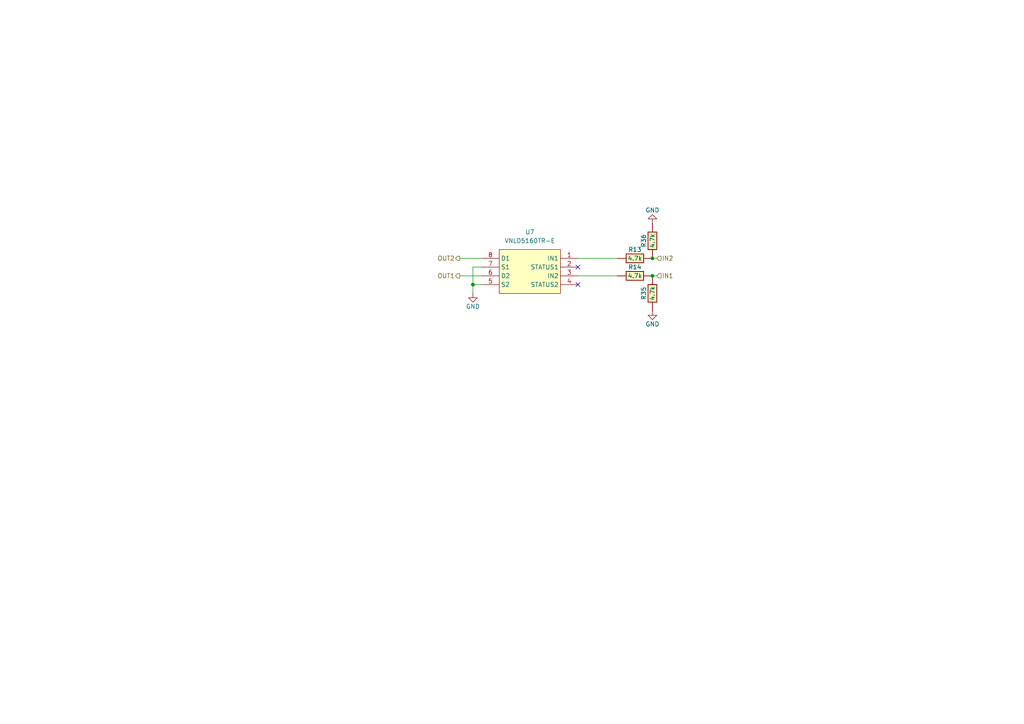
<source format=kicad_sch>
(kicad_sch (version 20231120) (generator "eeschema") (generator_version "8.0")
  (paper "A4")
  (lib_symbols
    (symbol "chips:VNLD5160"
      (property "Reference" "U" (at 6.35 3.81 0))
      (property "Value" "VNLD5160TR-E" (at 12.7 -11.43 0))
      (symbol "VNLD5160_1_1"
        (rectangle (start 5.08 2.54) (end 22.86 -10.16) (fill (type background)))
        (pin input line (at 0 0 0) (length 5.08) (name "IN1") (number "1"))
        (pin open_collector line (at 0 -2.54 0) (length 5.08) (name "STATUS1") (number "2"))
        (pin input line (at 0 -5.08 0) (length 5.08) (name "IN2") (number "3"))
        (pin open_collector line (at 0 -7.62 0) (length 5.08) (name "STATUS2") (number "4"))
        (pin power_in line (at 27.94 -7.62 180) (length 5.08) (name "S2") (number "5"))
        (pin power_out line (at 27.94 -5.08 180) (length 5.08) (name "D2") (number "6"))
        (pin power_in line (at 27.94 -2.54 180) (length 5.08) (name "S1") (number "7"))
        (pin power_out line (at 27.94 0 180) (length 5.08) (name "D1") (number "8"))
      )
    )
    (symbol "hellen-one-common:Res" (pin_numbers hide)
      (property "Reference" "R" (at 3.81 2.54 0))
      (property "Value" "Res" (at 5.08 -2.54 0))
      (symbol "Res_1_0"
        (rectangle (start 2.54 -1.27) (end 7.62 1.27) (stroke (width 0.254)) (fill (type background)))
        (pin passive line (at 0 0 0) (length 2.54) (name "") (number "1"))
        (pin passive line (at 10.16 0 180) (length 2.54) (name "") (number "2"))
      )
    )
    (symbol "power:GND" (power) (pin_numbers hide) (pin_names (offset 0) hide)
      (property "Value" "GND" (at 0 -3.81 0))
      (symbol "GND_0_1"
        (polyline (pts (xy 0 0) (xy 0 -1.27) (xy 1.27 -1.27) (xy 0 -2.54) (xy -1.27 -1.27) (xy 0 -1.27)))
      )
      (symbol "GND_1_1"
        (pin power_in line (at 0 0 270) (length 0) (name "~") (number "1"))
      )
    )
  )
  (junction (at 137.16 82.55))
  (junction (at 189.23 74.93))
  (junction (at 189.23 80.01))
  (no_connect (at 167.64 82.55))
  (no_connect (at 167.64 77.47))
  (wire (pts (xy 167.64 80.01) (xy 179.07 80.01)))
  (wire (pts (xy 137.16 85.09) (xy 137.16 82.55)))
  (wire (pts (xy 189.23 74.93) (xy 190.5 74.93)))
  (wire (pts (xy 167.64 74.93) (xy 179.07 74.93)))
  (wire (pts (xy 137.16 77.47) (xy 139.7 77.47)))
  (wire (pts (xy 137.16 82.55) (xy 137.16 77.47)))
  (wire (pts (xy 133.35 74.93) (xy 139.7 74.93)))
  (wire (pts (xy 137.16 82.55) (xy 139.7 82.55)))
  (wire (pts (xy 133.35 80.01) (xy 139.7 80.01)))
  (wire (pts (xy 189.23 80.01) (xy 190.5 80.01)))
  (hierarchical_label "OUT1" (shape output) (at 133.35 80.01 180))
  (hierarchical_label "OUT2" (shape output) (at 133.35 74.93 180))
  (hierarchical_label "IN2" (shape input) (at 190.5 74.93 0))
  (hierarchical_label "IN1" (shape input) (at 190.5 80.01 0))
  (symbol (lib_id "hellen-one-common:Res") (at 189.23 74.93 90) (unit 1)
    (property "Reference" "R36" (at 186.69 69.85 0))
    (property "Value" "4.7k" (at 189.23 69.85 0))
    (property "Footprint" "hellen-one-common:R0603" (effects (hide yes)))
    (property "LCSC" "C23162" (effects (hide yes)))
  )
  (symbol (lib_id "hellen-one-common:Res") (at 189.23 80.01 0) (mirror y) (unit 1)
    (property "Reference" "R14" (at 184.15 77.47 0))
    (property "Value" "4.7k" (at 184.15 80.01 0))
    (property "Footprint" "hellen-one-common:R0603" (effects (hide yes)))
    (property "LCSC" "C23162" (effects (hide yes)))
  )
  (symbol (lib_id "power:GND") (at 189.23 90.17 0) (unit 1)
    (property "Reference" "#PWR0149" (effects (hide yes)))
    (property "Value" "GND" (at 189.23 93.98 0))
    (property "Description" "Power symbol creates a global label with name \"GND\" , ground" (effects (hide yes)))
  )
  (symbol (lib_id "power:GND") (at 137.16 85.09 0) (mirror y) (unit 1)
    (property "Reference" "#PWR0148" (effects (hide yes)))
    (property "Value" "GND" (at 137.16 88.9 0))
    (property "Description" "Power symbol creates a global label with name \"GND\" , ground" (effects (hide yes)))
  )
  (symbol (lib_id "hellen-one-common:Res") (at 189.23 80.01 90) (mirror x) (unit 1)
    (property "Reference" "R35" (at 186.69 85.09 0))
    (property "Value" "4.7k" (at 189.23 85.09 0))
    (property "Footprint" "hellen-one-common:R0603" (effects (hide yes)))
    (property "LCSC" "C23162" (effects (hide yes)))
  )
  (symbol (lib_id "hellen-one-common:Res") (at 189.23 74.93 0) (mirror y) (unit 1)
    (property "Reference" "R13" (at 184.15 72.39 0))
    (property "Value" "4.7k" (at 184.15 74.93 0))
    (property "Footprint" "hellen-one-common:R0603" (effects (hide yes)))
    (property "LCSC" "C23162" (effects (hide yes)))
  )
  (symbol (lib_id "power:GND") (at 189.23 64.77 0) (mirror x) (unit 1)
    (property "Reference" "#PWR0150" (effects (hide yes)))
    (property "Value" "GND" (at 189.23 60.96 0))
    (property "Description" "Power symbol creates a global label with name \"GND\" , ground" (effects (hide yes)))
  )
  (symbol (lib_id "chips:VNLD5160") (at 167.64 74.93 0) (mirror y) (unit 1)
    (property "Reference" "U7" (at 153.67 67.31 0))
    (property "Value" "VNLD5160TR-E" (at 153.67 69.85 0))
    (property "Footprint" "Package_SO:SOIC-8_3.9x4.9mm_P1.27mm" (effects (hide yes)))
    (property "LCSC" "C377942" (effects (hide yes)))
  )
)
</source>
